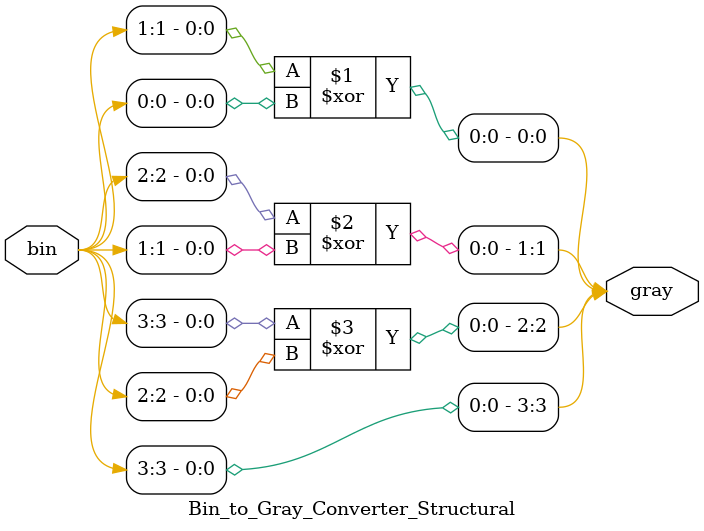
<source format=v>
`timescale 1ns / 1ps


module Bin_to_Gray_Converter_Structural#(parameter size = 4)(
    gray,
    bin
    );
    
    output [size-1:0]gray;
    input [size-1:0]bin;
    
    genvar i;
    for(i=0; i<size; i=i+1)
    begin
        if(i<size-1)
            xor(gray[i], bin[i+1], bin[i]);
        
        else
            buf(gray[i], bin[i]); 
    end
endmodule

</source>
